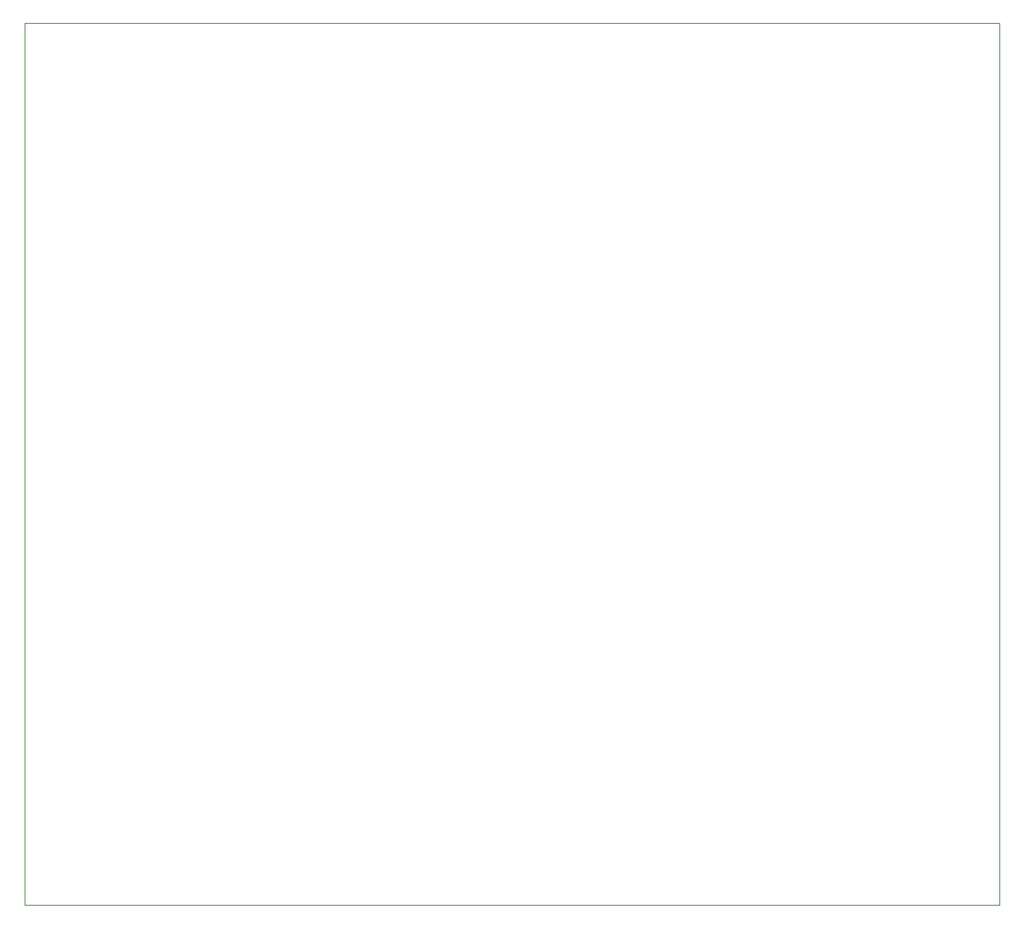
<source format=gbr>
%TF.GenerationSoftware,KiCad,Pcbnew,(6.0.1)*%
%TF.CreationDate,2022-04-12T22:30:48-05:00*%
%TF.ProjectId,singular_SIV,73696e67-756c-4617-925f-5349562e6b69,rev?*%
%TF.SameCoordinates,Original*%
%TF.FileFunction,Profile,NP*%
%FSLAX46Y46*%
G04 Gerber Fmt 4.6, Leading zero omitted, Abs format (unit mm)*
G04 Created by KiCad (PCBNEW (6.0.1)) date 2022-04-12 22:30:48*
%MOMM*%
%LPD*%
G01*
G04 APERTURE LIST*
%TA.AperFunction,Profile*%
%ADD10C,0.100000*%
%TD*%
G04 APERTURE END LIST*
D10*
X40500000Y-54000000D02*
X141000000Y-54000000D01*
X40500000Y-145000000D02*
X40500000Y-54000000D01*
X141000000Y-145000000D02*
X40500000Y-145000000D01*
X141000000Y-145000000D02*
X141000000Y-54000000D01*
M02*

</source>
